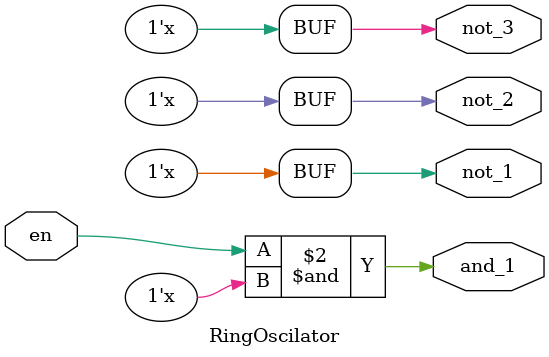
<source format=v>
module RingOscilator (
   input  en,
   output reg not_3 /*synthesis keep*/,
				  not_1 /*synthesis keep*/,
              not_2 /*synthesis keep*/,
              and_1 /*synthesis keep*/
);

/*
input en;
output not_3;  //RTL
*/


/*
assign and_1 = en & not_3;
assign not_1 = ~ and_1;
assign not_2 = ~ not_1;
assign not_3 = ~ not_2;
*/

always @ (*)
begin
    and_1 <= en & not_3;
    not_1 <= ~and_1;
    not_2 <= ~not_1;
    not_3 <= ~not_2;
end

endmodule


/*
module ringosi(enable, not_1, not_2, not_3, and_1);
    input enable;
    output not_1, not_2, not_3, and_1;

    and u1(and_1, enable, not_3);
    not #5 u2(not_1, and_1); //Gate_level
    not #5 u3(not_2, not_1);
    not #5 u4(not_3, not_2);
endmodule



module top(en,not_1,not_2,not_3,and_1);
input en;
output not_1,not_2,not_3,and_1;
RingOscilator  c1 (en, not_1, not_2, not_3, and_1);
ringosi  c2 (enable, not_1,not_2, not_3,and_1);
endmodule 
*/

</source>
